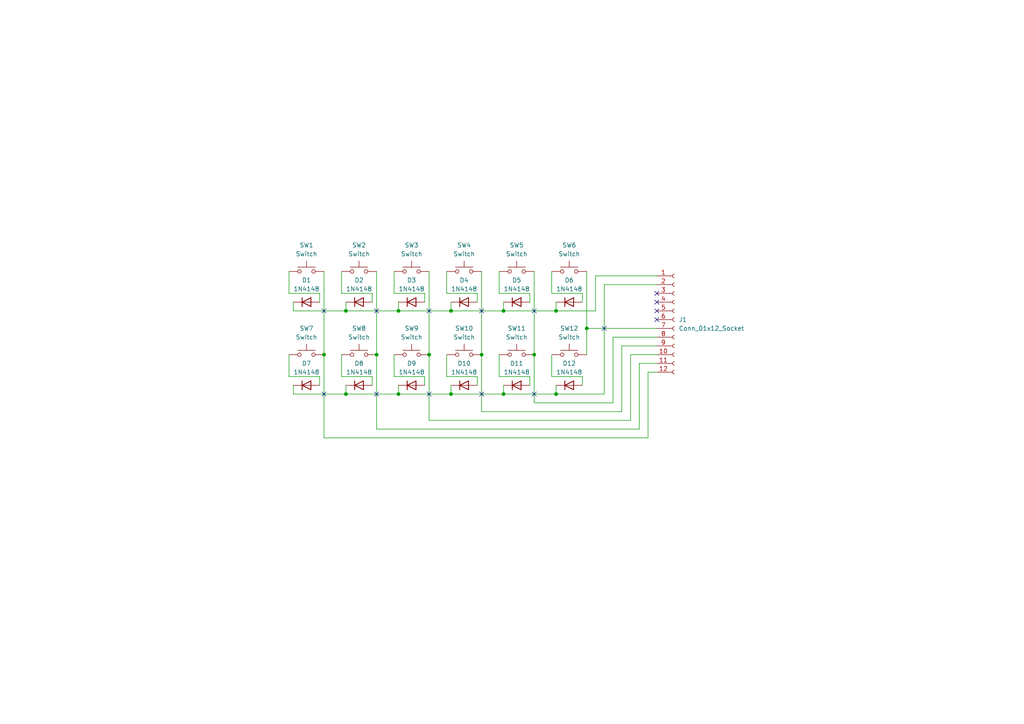
<source format=kicad_sch>
(kicad_sch (version 20231120) (generator "eeschema") (generator_version "8.0")
  (paper "A4")
  (lib_symbols
    (symbol "Connector:Conn_01x12_Socket" (pin_names (offset 1.016) hide)
      (property "Reference" "J" (at 0 15.24 0))
      (property "Value" "Conn_01x12_Socket" (at 0 -17.78 0))
      (symbol "Conn_01x12_Socket_1_1"
        (arc (start 0 -14.732) (mid -0.5058 -15.24) (end 0 -15.748) (stroke (width 0.1524)))
        (arc (start 0 -12.192) (mid -0.5058 -12.7) (end 0 -13.208) (stroke (width 0.1524)))
        (arc (start 0 -9.652) (mid -0.5058 -10.16) (end 0 -10.668) (stroke (width 0.1524)))
        (arc (start 0 -7.112) (mid -0.5058 -7.62) (end 0 -8.128) (stroke (width 0.1524)))
        (arc (start 0 -4.572) (mid -0.5058 -5.08) (end 0 -5.588) (stroke (width 0.1524)))
        (arc (start 0 -2.032) (mid -0.5058 -2.54) (end 0 -3.048) (stroke (width 0.1524)))
        (polyline (pts (xy -1.27 -15.24) (xy -0.508 -15.24)) (stroke (width 0.1524)))
        (polyline (pts (xy -1.27 -12.7) (xy -0.508 -12.7)) (stroke (width 0.1524)))
        (polyline (pts (xy -1.27 -10.16) (xy -0.508 -10.16)) (stroke (width 0.1524)))
        (polyline (pts (xy -1.27 -7.62) (xy -0.508 -7.62)) (stroke (width 0.1524)))
        (polyline (pts (xy -1.27 -5.08) (xy -0.508 -5.08)) (stroke (width 0.1524)))
        (polyline (pts (xy -1.27 -2.54) (xy -0.508 -2.54)) (stroke (width 0.1524)))
        (polyline (pts (xy -1.27 0) (xy -0.508 0)) (stroke (width 0.1524)))
        (polyline (pts (xy -1.27 2.54) (xy -0.508 2.54)) (stroke (width 0.1524)))
        (polyline (pts (xy -1.27 5.08) (xy -0.508 5.08)) (stroke (width 0.1524)))
        (polyline (pts (xy -1.27 7.62) (xy -0.508 7.62)) (stroke (width 0.1524)))
        (polyline (pts (xy -1.27 10.16) (xy -0.508 10.16)) (stroke (width 0.1524)))
        (polyline (pts (xy -1.27 12.7) (xy -0.508 12.7)) (stroke (width 0.1524)))
        (arc (start 0 0.508) (mid -0.5058 0) (end 0 -0.508) (stroke (width 0.1524)))
        (arc (start 0 3.048) (mid -0.5058 2.54) (end 0 2.032) (stroke (width 0.1524)))
        (arc (start 0 5.588) (mid -0.5058 5.08) (end 0 4.572) (stroke (width 0.1524)))
        (arc (start 0 8.128) (mid -0.5058 7.62) (end 0 7.112) (stroke (width 0.1524)))
        (arc (start 0 10.668) (mid -0.5058 10.16) (end 0 9.652) (stroke (width 0.1524)))
        (arc (start 0 13.208) (mid -0.5058 12.7) (end 0 12.192) (stroke (width 0.1524)))
        (pin passive line (at -5.08 12.7 0) (length 3.81) (name "Pin_1") (number "1"))
        (pin passive line (at -5.08 -10.16 0) (length 3.81) (name "Pin_10") (number "10"))
        (pin passive line (at -5.08 -12.7 0) (length 3.81) (name "Pin_11") (number "11"))
        (pin passive line (at -5.08 -15.24 0) (length 3.81) (name "Pin_12") (number "12"))
        (pin passive line (at -5.08 10.16 0) (length 3.81) (name "Pin_2") (number "2"))
        (pin passive line (at -5.08 7.62 0) (length 3.81) (name "Pin_3") (number "3"))
        (pin passive line (at -5.08 5.08 0) (length 3.81) (name "Pin_4") (number "4"))
        (pin passive line (at -5.08 2.54 0) (length 3.81) (name "Pin_5") (number "5"))
        (pin passive line (at -5.08 0 0) (length 3.81) (name "Pin_6") (number "6"))
        (pin passive line (at -5.08 -2.54 0) (length 3.81) (name "Pin_7") (number "7"))
        (pin passive line (at -5.08 -5.08 0) (length 3.81) (name "Pin_8") (number "8"))
        (pin passive line (at -5.08 -7.62 0) (length 3.81) (name "Pin_9") (number "9"))
      )
    )
    (symbol "Diode:1N4148" (pin_numbers hide) (pin_names hide)
      (property "Reference" "D" (at 0 2.54 0))
      (property "Value" "1N4148" (at 0 -2.54 0))
      (symbol "1N4148_0_1"
        (polyline (pts (xy -1.27 1.27) (xy -1.27 -1.27)) (stroke (width 0.254)))
        (polyline (pts (xy 1.27 0) (xy -1.27 0)))
        (polyline (pts (xy 1.27 1.27) (xy 1.27 -1.27) (xy -1.27 0) (xy 1.27 1.27)) (stroke (width 0.254)))
      )
      (symbol "1N4148_1_1"
        (pin passive line (at -3.81 0 0) (length 2.54) (name "K") (number "1"))
        (pin passive line (at 3.81 0 180) (length 2.54) (name "A") (number "2"))
      )
    )
    (symbol "ScottoKeebs:Placeholder_Switch" (pin_numbers hide) (pin_names (offset 1.016) hide)
      (property "Reference" "SW" (at 1.27 2.54 0))
      (property "Value" "Switch" (at 0 -1.524 0))
      (symbol "Placeholder_Switch_0_1"
        (circle (center -2.032 0) (radius 0.508))
        (polyline (pts (xy 0 1.27) (xy 0 3.048)))
        (polyline (pts (xy 2.54 1.27) (xy -2.54 1.27)))
        (circle (center 2.032 0) (radius 0.508))
        (pin passive line (at -5.08 0 0) (length 2.54) (name "1") (number "1"))
        (pin passive line (at 5.08 0 180) (length 2.54) (name "2") (number "2"))
      )
    )
  )
  (junction (at 115.57 114.3))
  (junction (at 124.46 102.87))
  (junction (at 100.33 90.17))
  (junction (at 154.94 102.87))
  (junction (at 93.98 102.87))
  (junction (at 115.57 90.17))
  (junction (at 139.7 102.87))
  (junction (at 161.29 90.17))
  (junction (at 100.33 114.3))
  (junction (at 170.18 95.25))
  (junction (at 109.22 102.87))
  (junction (at 130.81 90.17))
  (junction (at 130.81 114.3))
  (junction (at 146.05 90.17))
  (junction (at 161.29 114.3))
  (junction (at 146.05 114.3))
  (no_connect (at 190.5 87.63))
  (no_connect (at 190.5 92.71))
  (no_connect (at 139.7 90.17))
  (no_connect (at 190.5 90.17))
  (no_connect (at 154.94 114.3))
  (no_connect (at 175.26 95.25))
  (no_connect (at 93.98 90.17))
  (no_connect (at 124.46 114.3))
  (no_connect (at 109.22 90.17))
  (no_connect (at 124.46 90.17))
  (no_connect (at 109.22 114.3))
  (no_connect (at 154.94 90.17))
  (no_connect (at 139.7 114.3))
  (no_connect (at 93.98 114.3))
  (no_connect (at 190.5 85.09))
  (wire (pts (xy 99.06 109.22) (xy 107.95 109.22)))
  (wire (pts (xy 100.33 111.76) (xy 100.33 114.3)))
  (wire (pts (xy 154.94 102.87) (xy 154.94 116.84)))
  (wire (pts (xy 83.82 85.09) (xy 92.71 85.09)))
  (wire (pts (xy 168.91 85.09) (xy 168.91 87.63)))
  (wire (pts (xy 114.3 78.74) (xy 114.3 85.09)))
  (wire (pts (xy 123.19 85.09) (xy 123.19 87.63)))
  (wire (pts (xy 107.95 85.09) (xy 107.95 87.63)))
  (wire (pts (xy 185.42 124.46) (xy 185.42 105.41)))
  (wire (pts (xy 146.05 87.63) (xy 146.05 90.17)))
  (wire (pts (xy 177.8 97.79) (xy 190.5 97.79)))
  (wire (pts (xy 100.33 114.3) (xy 115.57 114.3)))
  (wire (pts (xy 130.81 87.63) (xy 130.81 90.17)))
  (wire (pts (xy 154.94 78.74) (xy 154.94 102.87)))
  (wire (pts (xy 182.88 121.92) (xy 182.88 102.87)))
  (wire (pts (xy 83.82 78.74) (xy 83.82 85.09)))
  (wire (pts (xy 115.57 90.17) (xy 130.81 90.17)))
  (wire (pts (xy 138.43 85.09) (xy 138.43 87.63)))
  (wire (pts (xy 115.57 87.63) (xy 115.57 90.17)))
  (wire (pts (xy 123.19 109.22) (xy 123.19 111.76)))
  (wire (pts (xy 170.18 95.25) (xy 190.5 95.25)))
  (wire (pts (xy 85.09 111.76) (xy 85.09 114.3)))
  (wire (pts (xy 114.3 85.09) (xy 123.19 85.09)))
  (wire (pts (xy 129.54 102.87) (xy 129.54 109.22)))
  (wire (pts (xy 146.05 90.17) (xy 161.29 90.17)))
  (wire (pts (xy 115.57 114.3) (xy 130.81 114.3)))
  (wire (pts (xy 168.91 109.22) (xy 168.91 111.76)))
  (wire (pts (xy 114.3 102.87) (xy 114.3 109.22)))
  (wire (pts (xy 109.22 78.74) (xy 109.22 102.87)))
  (wire (pts (xy 85.09 114.3) (xy 100.33 114.3)))
  (wire (pts (xy 100.33 87.63) (xy 100.33 90.17)))
  (wire (pts (xy 160.02 109.22) (xy 168.91 109.22)))
  (wire (pts (xy 139.7 119.38) (xy 180.34 119.38)))
  (wire (pts (xy 83.82 102.87) (xy 83.82 109.22)))
  (wire (pts (xy 129.54 78.74) (xy 129.54 85.09)))
  (wire (pts (xy 93.98 78.74) (xy 93.98 102.87)))
  (wire (pts (xy 115.57 111.76) (xy 115.57 114.3)))
  (wire (pts (xy 170.18 78.74) (xy 170.18 95.25)))
  (wire (pts (xy 180.34 100.33) (xy 190.5 100.33)))
  (wire (pts (xy 99.06 85.09) (xy 107.95 85.09)))
  (wire (pts (xy 161.29 114.3) (xy 175.26 114.3)))
  (wire (pts (xy 109.22 102.87) (xy 109.22 124.46)))
  (wire (pts (xy 172.72 80.01) (xy 190.5 80.01)))
  (wire (pts (xy 182.88 102.87) (xy 190.5 102.87)))
  (wire (pts (xy 130.81 111.76) (xy 130.81 114.3)))
  (wire (pts (xy 92.71 109.22) (xy 92.71 111.76)))
  (wire (pts (xy 170.18 102.87) (xy 170.18 95.25)))
  (wire (pts (xy 99.06 102.87) (xy 99.06 109.22)))
  (wire (pts (xy 161.29 90.17) (xy 172.72 90.17)))
  (wire (pts (xy 124.46 121.92) (xy 182.88 121.92)))
  (wire (pts (xy 144.78 109.22) (xy 153.67 109.22)))
  (wire (pts (xy 85.09 87.63) (xy 85.09 90.17)))
  (wire (pts (xy 175.26 82.55) (xy 190.5 82.55)))
  (wire (pts (xy 161.29 111.76) (xy 161.29 114.3)))
  (wire (pts (xy 144.78 85.09) (xy 153.67 85.09)))
  (wire (pts (xy 161.29 87.63) (xy 161.29 90.17)))
  (wire (pts (xy 139.7 78.74) (xy 139.7 102.87)))
  (wire (pts (xy 185.42 105.41) (xy 190.5 105.41)))
  (wire (pts (xy 180.34 119.38) (xy 180.34 100.33)))
  (wire (pts (xy 144.78 78.74) (xy 144.78 85.09)))
  (wire (pts (xy 154.94 116.84) (xy 177.8 116.84)))
  (wire (pts (xy 83.82 109.22) (xy 92.71 109.22)))
  (wire (pts (xy 160.02 102.87) (xy 160.02 109.22)))
  (wire (pts (xy 187.96 127) (xy 187.96 107.95)))
  (wire (pts (xy 130.81 90.17) (xy 146.05 90.17)))
  (wire (pts (xy 144.78 102.87) (xy 144.78 109.22)))
  (wire (pts (xy 107.95 109.22) (xy 107.95 111.76)))
  (wire (pts (xy 124.46 102.87) (xy 124.46 121.92)))
  (wire (pts (xy 130.81 114.3) (xy 146.05 114.3)))
  (wire (pts (xy 187.96 107.95) (xy 190.5 107.95)))
  (wire (pts (xy 85.09 90.17) (xy 100.33 90.17)))
  (wire (pts (xy 99.06 78.74) (xy 99.06 85.09)))
  (wire (pts (xy 177.8 116.84) (xy 177.8 97.79)))
  (wire (pts (xy 153.67 109.22) (xy 153.67 111.76)))
  (wire (pts (xy 124.46 78.74) (xy 124.46 102.87)))
  (wire (pts (xy 100.33 90.17) (xy 115.57 90.17)))
  (wire (pts (xy 129.54 109.22) (xy 138.43 109.22)))
  (wire (pts (xy 146.05 111.76) (xy 146.05 114.3)))
  (wire (pts (xy 129.54 85.09) (xy 138.43 85.09)))
  (wire (pts (xy 92.71 85.09) (xy 92.71 87.63)))
  (wire (pts (xy 138.43 109.22) (xy 138.43 111.76)))
  (wire (pts (xy 93.98 127) (xy 187.96 127)))
  (wire (pts (xy 146.05 114.3) (xy 161.29 114.3)))
  (wire (pts (xy 175.26 114.3) (xy 175.26 82.55)))
  (wire (pts (xy 172.72 90.17) (xy 172.72 80.01)))
  (wire (pts (xy 160.02 85.09) (xy 168.91 85.09)))
  (wire (pts (xy 153.67 85.09) (xy 153.67 87.63)))
  (wire (pts (xy 109.22 124.46) (xy 185.42 124.46)))
  (wire (pts (xy 114.3 109.22) (xy 123.19 109.22)))
  (wire (pts (xy 93.98 102.87) (xy 93.98 127)))
  (wire (pts (xy 160.02 78.74) (xy 160.02 85.09)))
  (wire (pts (xy 139.7 102.87) (xy 139.7 119.38)))
  (symbol (lib_id "Diode:1N4148") (at 88.9 111.76 0) (unit 1)
    (property "Reference" "D7" (at 88.9 105.41 0))
    (property "Value" "1N4148" (at 88.9 107.95 0))
    (property "Footprint" "Diode_THT:D_DO-35_SOD27_P7.62mm_Horizontal" (effects (hide yes)))
    (property "Datasheet" "https://assets.nexperia.com/documents/data-sheet/1N4148_1N4448.pdf" (effects (hide yes)))
    (property "Sim.Device" "D" (effects (hide yes)))
    (property "Sim.Pins" "1=K 2=A" (effects (hide yes)))
  )
  (symbol (lib_id "Diode:1N4148") (at 104.14 87.63 0) (unit 1)
    (property "Reference" "D2" (at 104.14 81.28 0))
    (property "Value" "1N4148" (at 104.14 83.82 0))
    (property "Footprint" "Diode_THT:D_DO-35_SOD27_P7.62mm_Horizontal" (effects (hide yes)))
    (property "Datasheet" "https://assets.nexperia.com/documents/data-sheet/1N4148_1N4448.pdf" (effects (hide yes)))
    (property "Sim.Device" "D" (effects (hide yes)))
    (property "Sim.Pins" "1=K 2=A" (effects (hide yes)))
  )
  (symbol (lib_id "Diode:1N4148") (at 149.86 87.63 0) (unit 1)
    (property "Reference" "D5" (at 149.86 81.28 0))
    (property "Value" "1N4148" (at 149.86 83.82 0))
    (property "Footprint" "Diode_THT:D_DO-35_SOD27_P7.62mm_Horizontal" (effects (hide yes)))
    (property "Datasheet" "https://assets.nexperia.com/documents/data-sheet/1N4148_1N4448.pdf" (effects (hide yes)))
    (property "Sim.Device" "D" (effects (hide yes)))
    (property "Sim.Pins" "1=K 2=A" (effects (hide yes)))
  )
  (symbol (lib_id "Diode:1N4148") (at 134.62 111.76 0) (unit 1)
    (property "Reference" "D10" (at 134.62 105.41 0))
    (property "Value" "1N4148" (at 134.62 107.95 0))
    (property "Footprint" "Diode_THT:D_DO-35_SOD27_P7.62mm_Horizontal" (effects (hide yes)))
    (property "Datasheet" "https://assets.nexperia.com/documents/data-sheet/1N4148_1N4448.pdf" (effects (hide yes)))
    (property "Sim.Device" "D" (effects (hide yes)))
    (property "Sim.Pins" "1=K 2=A" (effects (hide yes)))
  )
  (symbol (lib_id "Diode:1N4148") (at 165.1 87.63 0) (unit 1)
    (property "Reference" "D6" (at 165.1 81.28 0))
    (property "Value" "1N4148" (at 165.1 83.82 0))
    (property "Footprint" "Diode_THT:D_DO-35_SOD27_P7.62mm_Horizontal" (effects (hide yes)))
    (property "Datasheet" "https://assets.nexperia.com/documents/data-sheet/1N4148_1N4448.pdf" (effects (hide yes)))
    (property "Sim.Device" "D" (effects (hide yes)))
    (property "Sim.Pins" "1=K 2=A" (effects (hide yes)))
  )
  (symbol (lib_id "Diode:1N4148") (at 88.9 87.63 0) (unit 1)
    (property "Reference" "D1" (at 88.9 81.28 0))
    (property "Value" "1N4148" (at 88.9 83.82 0))
    (property "Footprint" "Diode_THT:D_DO-35_SOD27_P7.62mm_Horizontal" (effects (hide yes)))
    (property "Datasheet" "https://assets.nexperia.com/documents/data-sheet/1N4148_1N4448.pdf" (effects (hide yes)))
    (property "Sim.Device" "D" (effects (hide yes)))
    (property "Sim.Pins" "1=K 2=A" (effects (hide yes)))
  )
  (symbol (lib_id "ScottoKeebs:Placeholder_Switch") (at 119.38 78.74 0) (unit 1)
    (property "Reference" "SW3" (at 119.38 71.12 0))
    (property "Value" "Switch" (at 119.38 73.66 0))
    (property "Footprint" "ScottoKeebs_Hotswap:Hotswap_MX_Plated_1.00u" (effects (hide yes)))
  )
  (symbol (lib_id "ScottoKeebs:Placeholder_Switch") (at 104.14 78.74 0) (unit 1)
    (property "Reference" "SW2" (at 104.14 71.12 0))
    (property "Value" "Switch" (at 104.14 73.66 0))
    (property "Footprint" "ScottoKeebs_Hotswap:Hotswap_MX_Plated_1.00u" (effects (hide yes)))
  )
  (symbol (lib_id "Diode:1N4148") (at 134.62 87.63 0) (unit 1)
    (property "Reference" "D4" (at 134.62 81.28 0))
    (property "Value" "1N4148" (at 134.62 83.82 0))
    (property "Footprint" "Diode_THT:D_DO-35_SOD27_P7.62mm_Horizontal" (effects (hide yes)))
    (property "Datasheet" "https://assets.nexperia.com/documents/data-sheet/1N4148_1N4448.pdf" (effects (hide yes)))
    (property "Sim.Device" "D" (effects (hide yes)))
    (property "Sim.Pins" "1=K 2=A" (effects (hide yes)))
  )
  (symbol (lib_id "ScottoKeebs:Placeholder_Switch") (at 119.38 102.87 0) (unit 1)
    (property "Reference" "SW9" (at 119.38 95.25 0))
    (property "Value" "Switch" (at 119.38 97.79 0))
    (property "Footprint" "ScottoKeebs_Hotswap:Hotswap_MX_Plated_1.00u" (effects (hide yes)))
  )
  (symbol (lib_id "Diode:1N4148") (at 165.1 111.76 0) (unit 1)
    (property "Reference" "D12" (at 165.1 105.41 0))
    (property "Value" "1N4148" (at 165.1 107.95 0))
    (property "Footprint" "Diode_THT:D_DO-35_SOD27_P7.62mm_Horizontal" (effects (hide yes)))
    (property "Datasheet" "https://assets.nexperia.com/documents/data-sheet/1N4148_1N4448.pdf" (effects (hide yes)))
    (property "Sim.Device" "D" (effects (hide yes)))
    (property "Sim.Pins" "1=K 2=A" (effects (hide yes)))
  )
  (symbol (lib_id "Diode:1N4148") (at 149.86 111.76 0) (unit 1)
    (property "Reference" "D11" (at 149.86 105.41 0))
    (property "Value" "1N4148" (at 149.86 107.95 0))
    (property "Footprint" "Diode_THT:D_DO-35_SOD27_P7.62mm_Horizontal" (effects (hide yes)))
    (property "Datasheet" "https://assets.nexperia.com/documents/data-sheet/1N4148_1N4448.pdf" (effects (hide yes)))
    (property "Sim.Device" "D" (effects (hide yes)))
    (property "Sim.Pins" "1=K 2=A" (effects (hide yes)))
  )
  (symbol (lib_id "ScottoKeebs:Placeholder_Switch") (at 104.14 102.87 0) (unit 1)
    (property "Reference" "SW8" (at 104.14 95.25 0))
    (property "Value" "Switch" (at 104.14 97.79 0))
    (property "Footprint" "ScottoKeebs_Hotswap:Hotswap_MX_Plated_1.00u" (effects (hide yes)))
  )
  (symbol (lib_id "ScottoKeebs:Placeholder_Switch") (at 134.62 102.87 0) (unit 1)
    (property "Reference" "SW10" (at 134.62 95.25 0))
    (property "Value" "Switch" (at 134.62 97.79 0))
    (property "Footprint" "ScottoKeebs_Hotswap:Hotswap_MX_Plated_1.00u" (effects (hide yes)))
  )
  (symbol (lib_id "Diode:1N4148") (at 104.14 111.76 0) (unit 1)
    (property "Reference" "D8" (at 104.14 105.41 0))
    (property "Value" "1N4148" (at 104.14 107.95 0))
    (property "Footprint" "Diode_THT:D_DO-35_SOD27_P7.62mm_Horizontal" (effects (hide yes)))
    (property "Datasheet" "https://assets.nexperia.com/documents/data-sheet/1N4148_1N4448.pdf" (effects (hide yes)))
    (property "Sim.Device" "D" (effects (hide yes)))
    (property "Sim.Pins" "1=K 2=A" (effects (hide yes)))
  )
  (symbol (lib_id "ScottoKeebs:Placeholder_Switch") (at 149.86 78.74 0) (unit 1)
    (property "Reference" "SW5" (at 149.86 71.12 0))
    (property "Value" "Switch" (at 149.86 73.66 0))
    (property "Footprint" "ScottoKeebs_Hotswap:Hotswap_MX_Plated_1.00u" (effects (hide yes)))
  )
  (symbol (lib_id "ScottoKeebs:Placeholder_Switch") (at 149.86 102.87 0) (unit 1)
    (property "Reference" "SW11" (at 149.86 95.25 0))
    (property "Value" "Switch" (at 149.86 97.79 0))
    (property "Footprint" "ScottoKeebs_Hotswap:Hotswap_MX_Plated_1.00u" (effects (hide yes)))
  )
  (symbol (lib_id "ScottoKeebs:Placeholder_Switch") (at 165.1 102.87 0) (unit 1)
    (property "Reference" "SW12" (at 165.1 95.25 0))
    (property "Value" "Switch" (at 165.1 97.79 0))
    (property "Footprint" "ScottoKeebs_Hotswap:Hotswap_MX_Plated_1.00u" (effects (hide yes)))
  )
  (symbol (lib_id "ScottoKeebs:Placeholder_Switch") (at 88.9 78.74 0) (unit 1)
    (property "Reference" "SW1" (at 88.9 71.12 0))
    (property "Value" "Switch" (at 88.9 73.66 0))
    (property "Footprint" "ScottoKeebs_Hotswap:Hotswap_MX_Plated_1.00u" (effects (hide yes)))
  )
  (symbol (lib_id "Diode:1N4148") (at 119.38 111.76 0) (unit 1)
    (property "Reference" "D9" (at 119.38 105.41 0))
    (property "Value" "1N4148" (at 119.38 107.95 0))
    (property "Footprint" "Diode_THT:D_DO-35_SOD27_P7.62mm_Horizontal" (effects (hide yes)))
    (property "Datasheet" "https://assets.nexperia.com/documents/data-sheet/1N4148_1N4448.pdf" (effects (hide yes)))
    (property "Sim.Device" "D" (effects (hide yes)))
    (property "Sim.Pins" "1=K 2=A" (effects (hide yes)))
  )
  (symbol (lib_id "ScottoKeebs:Placeholder_Switch") (at 134.62 78.74 0) (unit 1)
    (property "Reference" "SW4" (at 134.62 71.12 0))
    (property "Value" "Switch" (at 134.62 73.66 0))
    (property "Footprint" "ScottoKeebs_Hotswap:Hotswap_MX_Plated_1.00u" (effects (hide yes)))
  )
  (symbol (lib_id "ScottoKeebs:Placeholder_Switch") (at 165.1 78.74 0) (unit 1)
    (property "Reference" "SW6" (at 165.1 71.12 0))
    (property "Value" "Switch" (at 165.1 73.66 0))
    (property "Footprint" "ScottoKeebs_Hotswap:Hotswap_MX_Plated_1.00u" (effects (hide yes)))
  )
  (symbol (lib_id "Connector:Conn_01x12_Socket") (at 195.58 92.71 0) (unit 1)
    (property "Reference" "J1" (at 196.85 92.71 0) (effects (justify left)))
    (property "Value" "Conn_01x12_Socket" (at 196.85 95.25 0) (effects (justify left)))
    (property "Footprint" "Connector_JST:JST_GH_SM12B-GHS-TB_1x12-1MP_P1.25mm_Horizontal" (effects (hide yes)))
  )
  (symbol (lib_id "Diode:1N4148") (at 119.38 87.63 0) (unit 1)
    (property "Reference" "D3" (at 119.38 81.28 0))
    (property "Value" "1N4148" (at 119.38 83.82 0))
    (property "Footprint" "Diode_THT:D_DO-35_SOD27_P7.62mm_Horizontal" (effects (hide yes)))
    (property "Datasheet" "https://assets.nexperia.com/documents/data-sheet/1N4148_1N4448.pdf" (effects (hide yes)))
    (property "Sim.Device" "D" (effects (hide yes)))
    (property "Sim.Pins" "1=K 2=A" (effects (hide yes)))
  )
  (symbol (lib_id "ScottoKeebs:Placeholder_Switch") (at 88.9 102.87 0) (unit 1)
    (property "Reference" "SW7" (at 88.9 95.25 0))
    (property "Value" "Switch" (at 88.9 97.79 0))
    (property "Footprint" "ScottoKeebs_Hotswap:Hotswap_MX_Plated_1.00u" (effects (hide yes)))
  )
)
</source>
